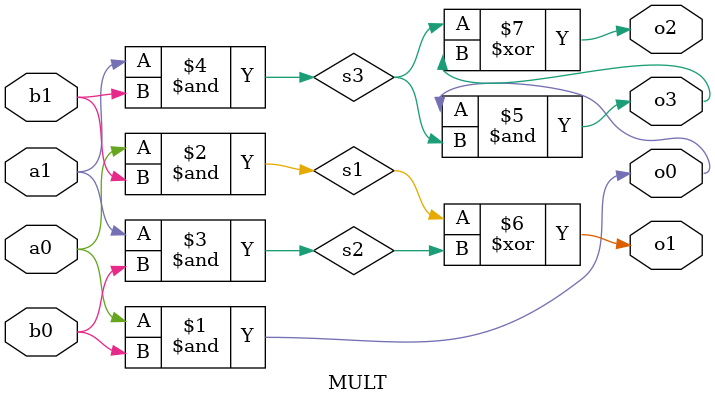
<source format=v>
`timescale 1ns / 1ps
/*
module MULT(
    input [1:0] a,
    input [1:0] b,
    output [3:0] out
    );

wire s1, s2, s3;

and(out[0], a[0], b[0]);
and(s1, a[0], b[1]);
and(s2, a[1], b[0]);
and(s3, a[1], b[1]);

and(out[3], out[0], s3);

xor(out[1], s1, s2);
xor(out[2], s3, out[3]);

endmodule
*/

module MULT(
    input a0, a1,
    input b0, b1,
    output o0, o1, o2, o3
    );

wire s1, s2, s3;

and(o0, a0, b0);
and(s1, a0, b1);
and(s2, a1, b0);
and(s3, a1, b1);

and(o3, o0, s3);

xor(o1, s1, s2);
xor(o2, s3, o3);

endmodule
</source>
